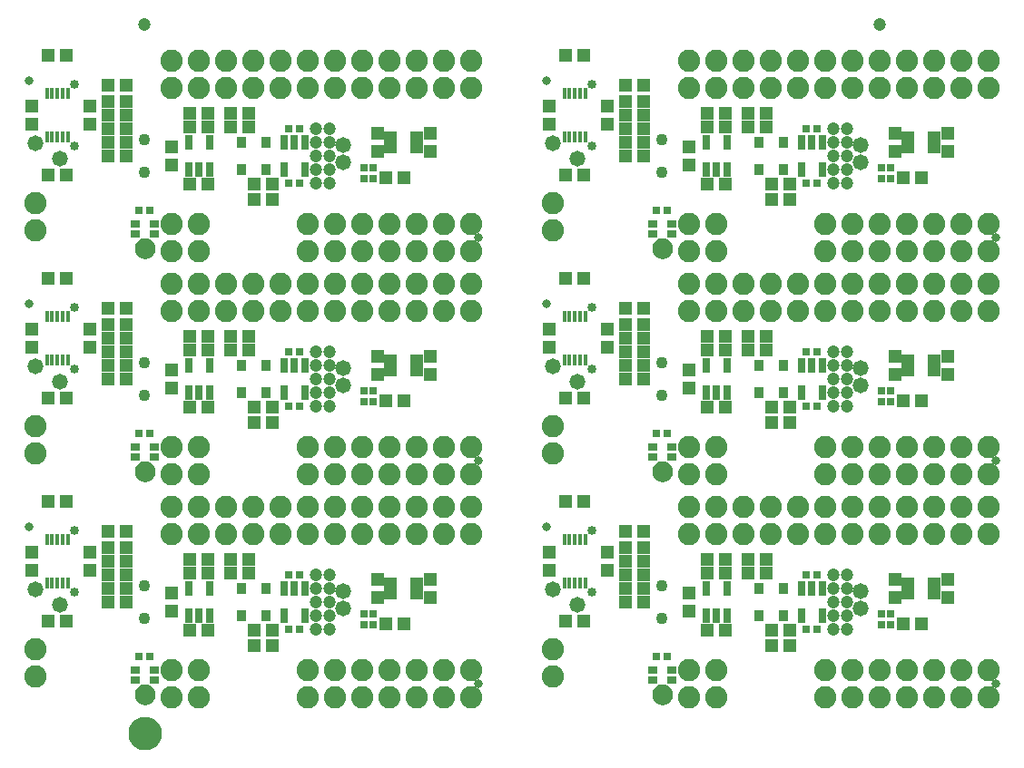
<source format=gbs>
G75*
%MOIN*%
%OFA0B0*%
%FSLAX25Y25*%
%IPPOS*%
%LPD*%
%AMOC8*
5,1,8,0,0,1.08239X$1,22.5*
%
%ADD10R,0.05131X0.04737*%
%ADD11C,0.08200*%
%ADD12R,0.02965X0.05524*%
%ADD13R,0.03280X0.04068*%
%ADD14R,0.04737X0.05131*%
%ADD15R,0.03162X0.03162*%
%ADD16C,0.04343*%
%ADD17R,0.04737X0.07887*%
%ADD18C,0.03359*%
%ADD19C,0.05800*%
%ADD20R,0.01575X0.04331*%
%ADD21C,0.04737*%
%ADD22R,0.03654X0.02855*%
%ADD23C,0.03950*%
%ADD24C,0.02362*%
%ADD25R,0.02769X0.01587*%
%ADD26R,0.01587X0.02769*%
%ADD27C,0.03300*%
%ADD28C,0.05000*%
%ADD29C,0.06706*%
D10*
X0131904Y0080933D03*
X0131904Y0086433D03*
X0138596Y0086433D03*
X0138596Y0080933D03*
X0115096Y0086433D03*
X0108404Y0086433D03*
X0085096Y0096933D03*
X0085096Y0101933D03*
X0078404Y0101933D03*
X0078404Y0096933D03*
X0063096Y0089933D03*
X0056404Y0089933D03*
X0078404Y0106933D03*
X0078404Y0111933D03*
X0078404Y0116933D03*
X0078404Y0122933D03*
X0085096Y0122933D03*
X0085096Y0116933D03*
X0085096Y0111933D03*
X0085096Y0106933D03*
X0108404Y0107433D03*
X0108404Y0112433D03*
X0115096Y0112433D03*
X0115096Y0107433D03*
X0123404Y0107433D03*
X0123404Y0112433D03*
X0130096Y0112433D03*
X0130096Y0107433D03*
X0180404Y0088933D03*
X0187096Y0088933D03*
X0246404Y0089933D03*
X0253096Y0089933D03*
X0268404Y0096933D03*
X0268404Y0101933D03*
X0275096Y0101933D03*
X0275096Y0096933D03*
X0298404Y0086433D03*
X0305096Y0086433D03*
X0321904Y0086433D03*
X0321904Y0080933D03*
X0328596Y0080933D03*
X0328596Y0086433D03*
X0320096Y0107433D03*
X0320096Y0112433D03*
X0313404Y0112433D03*
X0313404Y0107433D03*
X0305096Y0107433D03*
X0305096Y0112433D03*
X0298404Y0112433D03*
X0298404Y0107433D03*
X0275096Y0106933D03*
X0275096Y0111933D03*
X0275096Y0116933D03*
X0275096Y0122933D03*
X0268404Y0122933D03*
X0268404Y0116933D03*
X0268404Y0111933D03*
X0268404Y0106933D03*
X0253096Y0133933D03*
X0246404Y0133933D03*
X0298404Y0168433D03*
X0305096Y0168433D03*
X0321904Y0168433D03*
X0321904Y0162933D03*
X0328596Y0162933D03*
X0328596Y0168433D03*
X0320096Y0189433D03*
X0320096Y0194433D03*
X0313404Y0194433D03*
X0313404Y0189433D03*
X0305096Y0189433D03*
X0305096Y0194433D03*
X0298404Y0194433D03*
X0298404Y0189433D03*
X0275096Y0188933D03*
X0275096Y0183933D03*
X0275096Y0178933D03*
X0268404Y0178933D03*
X0268404Y0183933D03*
X0268404Y0188933D03*
X0268404Y0193933D03*
X0268404Y0198933D03*
X0275096Y0198933D03*
X0275096Y0193933D03*
X0275096Y0204933D03*
X0268404Y0204933D03*
X0253096Y0215933D03*
X0246404Y0215933D03*
X0298404Y0250433D03*
X0305096Y0250433D03*
X0321904Y0250433D03*
X0321904Y0244933D03*
X0328596Y0244933D03*
X0328596Y0250433D03*
X0320096Y0271433D03*
X0320096Y0276433D03*
X0313404Y0276433D03*
X0313404Y0271433D03*
X0305096Y0271433D03*
X0305096Y0276433D03*
X0298404Y0276433D03*
X0298404Y0271433D03*
X0275096Y0270933D03*
X0275096Y0265933D03*
X0275096Y0260933D03*
X0268404Y0260933D03*
X0268404Y0265933D03*
X0268404Y0270933D03*
X0268404Y0275933D03*
X0268404Y0280933D03*
X0275096Y0280933D03*
X0275096Y0275933D03*
X0275096Y0286933D03*
X0268404Y0286933D03*
X0253096Y0297933D03*
X0246404Y0297933D03*
X0246404Y0253933D03*
X0253096Y0253933D03*
X0187096Y0252933D03*
X0180404Y0252933D03*
X0138596Y0250433D03*
X0138596Y0244933D03*
X0131904Y0244933D03*
X0131904Y0250433D03*
X0115096Y0250433D03*
X0108404Y0250433D03*
X0085096Y0260933D03*
X0085096Y0265933D03*
X0085096Y0270933D03*
X0085096Y0275933D03*
X0085096Y0280933D03*
X0078404Y0280933D03*
X0078404Y0275933D03*
X0078404Y0270933D03*
X0078404Y0265933D03*
X0078404Y0260933D03*
X0063096Y0253933D03*
X0056404Y0253933D03*
X0108404Y0271433D03*
X0108404Y0276433D03*
X0115096Y0276433D03*
X0115096Y0271433D03*
X0123404Y0271433D03*
X0123404Y0276433D03*
X0130096Y0276433D03*
X0130096Y0271433D03*
X0085096Y0286933D03*
X0078404Y0286933D03*
X0063096Y0297933D03*
X0056404Y0297933D03*
X0056404Y0215933D03*
X0063096Y0215933D03*
X0078404Y0204933D03*
X0085096Y0204933D03*
X0085096Y0198933D03*
X0085096Y0193933D03*
X0085096Y0188933D03*
X0085096Y0183933D03*
X0085096Y0178933D03*
X0078404Y0178933D03*
X0078404Y0183933D03*
X0078404Y0188933D03*
X0078404Y0193933D03*
X0078404Y0198933D03*
X0108404Y0194433D03*
X0108404Y0189433D03*
X0115096Y0189433D03*
X0115096Y0194433D03*
X0123404Y0194433D03*
X0123404Y0189433D03*
X0130096Y0189433D03*
X0130096Y0194433D03*
X0131904Y0168433D03*
X0131904Y0162933D03*
X0138596Y0162933D03*
X0138596Y0168433D03*
X0115096Y0168433D03*
X0108404Y0168433D03*
X0063096Y0171933D03*
X0056404Y0171933D03*
X0056404Y0133933D03*
X0063096Y0133933D03*
X0180404Y0170933D03*
X0187096Y0170933D03*
X0246404Y0171933D03*
X0253096Y0171933D03*
X0370404Y0170933D03*
X0377096Y0170933D03*
X0377096Y0252933D03*
X0370404Y0252933D03*
X0370404Y0088933D03*
X0377096Y0088933D03*
D11*
X0381750Y0071933D03*
X0371750Y0071933D03*
X0361750Y0071933D03*
X0351750Y0071933D03*
X0341750Y0071933D03*
X0341750Y0061933D03*
X0351750Y0061933D03*
X0361750Y0061933D03*
X0371750Y0061933D03*
X0381750Y0061933D03*
X0391750Y0061933D03*
X0401750Y0061933D03*
X0401750Y0071933D03*
X0391750Y0071933D03*
X0301750Y0071933D03*
X0291750Y0071933D03*
X0291750Y0061933D03*
X0301750Y0061933D03*
X0241750Y0069433D03*
X0241750Y0079433D03*
X0211750Y0071933D03*
X0201750Y0071933D03*
X0191750Y0071933D03*
X0191750Y0061933D03*
X0201750Y0061933D03*
X0211750Y0061933D03*
X0181750Y0061933D03*
X0171750Y0061933D03*
X0161750Y0061933D03*
X0151750Y0061933D03*
X0151750Y0071933D03*
X0161750Y0071933D03*
X0171750Y0071933D03*
X0181750Y0071933D03*
X0111750Y0071933D03*
X0101750Y0071933D03*
X0101750Y0061933D03*
X0111750Y0061933D03*
X0051750Y0069433D03*
X0051750Y0079433D03*
X0101750Y0121933D03*
X0111750Y0121933D03*
X0121750Y0121933D03*
X0131750Y0121933D03*
X0141750Y0121933D03*
X0151750Y0121933D03*
X0161750Y0121933D03*
X0171750Y0121933D03*
X0181750Y0121933D03*
X0191750Y0121933D03*
X0201750Y0121933D03*
X0211750Y0121933D03*
X0211750Y0131933D03*
X0201750Y0131933D03*
X0191750Y0131933D03*
X0181750Y0131933D03*
X0171750Y0131933D03*
X0161750Y0131933D03*
X0151750Y0131933D03*
X0141750Y0131933D03*
X0131750Y0131933D03*
X0121750Y0131933D03*
X0111750Y0131933D03*
X0101750Y0131933D03*
X0101750Y0143933D03*
X0111750Y0143933D03*
X0111750Y0153933D03*
X0101750Y0153933D03*
X0151750Y0153933D03*
X0161750Y0153933D03*
X0171750Y0153933D03*
X0181750Y0153933D03*
X0191750Y0153933D03*
X0201750Y0153933D03*
X0211750Y0153933D03*
X0211750Y0143933D03*
X0201750Y0143933D03*
X0191750Y0143933D03*
X0181750Y0143933D03*
X0171750Y0143933D03*
X0161750Y0143933D03*
X0151750Y0143933D03*
X0241750Y0151433D03*
X0241750Y0161433D03*
X0291750Y0153933D03*
X0301750Y0153933D03*
X0301750Y0143933D03*
X0291750Y0143933D03*
X0291750Y0131933D03*
X0301750Y0131933D03*
X0311750Y0131933D03*
X0321750Y0131933D03*
X0331750Y0131933D03*
X0331750Y0121933D03*
X0321750Y0121933D03*
X0311750Y0121933D03*
X0301750Y0121933D03*
X0291750Y0121933D03*
X0341750Y0121933D03*
X0351750Y0121933D03*
X0361750Y0121933D03*
X0371750Y0121933D03*
X0381750Y0121933D03*
X0391750Y0121933D03*
X0401750Y0121933D03*
X0401750Y0131933D03*
X0391750Y0131933D03*
X0381750Y0131933D03*
X0371750Y0131933D03*
X0361750Y0131933D03*
X0351750Y0131933D03*
X0341750Y0131933D03*
X0341750Y0143933D03*
X0351750Y0143933D03*
X0361750Y0143933D03*
X0371750Y0143933D03*
X0381750Y0143933D03*
X0391750Y0143933D03*
X0401750Y0143933D03*
X0401750Y0153933D03*
X0391750Y0153933D03*
X0381750Y0153933D03*
X0371750Y0153933D03*
X0361750Y0153933D03*
X0351750Y0153933D03*
X0341750Y0153933D03*
X0341750Y0203933D03*
X0351750Y0203933D03*
X0361750Y0203933D03*
X0371750Y0203933D03*
X0381750Y0203933D03*
X0391750Y0203933D03*
X0401750Y0203933D03*
X0401750Y0213933D03*
X0391750Y0213933D03*
X0381750Y0213933D03*
X0371750Y0213933D03*
X0361750Y0213933D03*
X0351750Y0213933D03*
X0341750Y0213933D03*
X0331750Y0213933D03*
X0321750Y0213933D03*
X0311750Y0213933D03*
X0301750Y0213933D03*
X0291750Y0213933D03*
X0291750Y0203933D03*
X0301750Y0203933D03*
X0311750Y0203933D03*
X0321750Y0203933D03*
X0331750Y0203933D03*
X0341750Y0225933D03*
X0351750Y0225933D03*
X0361750Y0225933D03*
X0371750Y0225933D03*
X0381750Y0225933D03*
X0391750Y0225933D03*
X0401750Y0225933D03*
X0401750Y0235933D03*
X0391750Y0235933D03*
X0381750Y0235933D03*
X0371750Y0235933D03*
X0361750Y0235933D03*
X0351750Y0235933D03*
X0341750Y0235933D03*
X0301750Y0235933D03*
X0291750Y0235933D03*
X0291750Y0225933D03*
X0301750Y0225933D03*
X0241750Y0233433D03*
X0241750Y0243433D03*
X0211750Y0235933D03*
X0201750Y0235933D03*
X0191750Y0235933D03*
X0191750Y0225933D03*
X0201750Y0225933D03*
X0211750Y0225933D03*
X0211750Y0213933D03*
X0201750Y0213933D03*
X0191750Y0213933D03*
X0181750Y0213933D03*
X0171750Y0213933D03*
X0161750Y0213933D03*
X0151750Y0213933D03*
X0141750Y0213933D03*
X0131750Y0213933D03*
X0121750Y0213933D03*
X0111750Y0213933D03*
X0101750Y0213933D03*
X0101750Y0203933D03*
X0111750Y0203933D03*
X0121750Y0203933D03*
X0131750Y0203933D03*
X0141750Y0203933D03*
X0151750Y0203933D03*
X0161750Y0203933D03*
X0171750Y0203933D03*
X0181750Y0203933D03*
X0191750Y0203933D03*
X0201750Y0203933D03*
X0211750Y0203933D03*
X0181750Y0225933D03*
X0171750Y0225933D03*
X0161750Y0225933D03*
X0151750Y0225933D03*
X0151750Y0235933D03*
X0161750Y0235933D03*
X0171750Y0235933D03*
X0181750Y0235933D03*
X0111750Y0235933D03*
X0101750Y0235933D03*
X0101750Y0225933D03*
X0111750Y0225933D03*
X0051750Y0233433D03*
X0051750Y0243433D03*
X0101750Y0285933D03*
X0111750Y0285933D03*
X0121750Y0285933D03*
X0131750Y0285933D03*
X0141750Y0285933D03*
X0151750Y0285933D03*
X0161750Y0285933D03*
X0171750Y0285933D03*
X0181750Y0285933D03*
X0191750Y0285933D03*
X0201750Y0285933D03*
X0211750Y0285933D03*
X0211750Y0295933D03*
X0201750Y0295933D03*
X0191750Y0295933D03*
X0181750Y0295933D03*
X0171750Y0295933D03*
X0161750Y0295933D03*
X0151750Y0295933D03*
X0141750Y0295933D03*
X0131750Y0295933D03*
X0121750Y0295933D03*
X0111750Y0295933D03*
X0101750Y0295933D03*
X0291750Y0295933D03*
X0301750Y0295933D03*
X0311750Y0295933D03*
X0321750Y0295933D03*
X0331750Y0295933D03*
X0331750Y0285933D03*
X0321750Y0285933D03*
X0311750Y0285933D03*
X0301750Y0285933D03*
X0291750Y0285933D03*
X0341750Y0285933D03*
X0351750Y0285933D03*
X0361750Y0285933D03*
X0371750Y0285933D03*
X0381750Y0285933D03*
X0391750Y0285933D03*
X0401750Y0285933D03*
X0401750Y0295933D03*
X0391750Y0295933D03*
X0381750Y0295933D03*
X0371750Y0295933D03*
X0361750Y0295933D03*
X0351750Y0295933D03*
X0341750Y0295933D03*
X0051750Y0161433D03*
X0051750Y0151433D03*
D12*
X0108010Y0173815D03*
X0111750Y0173815D03*
X0115490Y0173815D03*
X0115490Y0184052D03*
X0108010Y0184052D03*
X0143010Y0184052D03*
X0146750Y0184052D03*
X0150490Y0184052D03*
X0150490Y0173815D03*
X0143010Y0173815D03*
X0143010Y0102052D03*
X0146750Y0102052D03*
X0150490Y0102052D03*
X0150490Y0091815D03*
X0143010Y0091815D03*
X0115490Y0091815D03*
X0111750Y0091815D03*
X0108010Y0091815D03*
X0108010Y0102052D03*
X0115490Y0102052D03*
X0298010Y0102052D03*
X0305490Y0102052D03*
X0305490Y0091815D03*
X0301750Y0091815D03*
X0298010Y0091815D03*
X0333010Y0091815D03*
X0340490Y0091815D03*
X0340490Y0102052D03*
X0336750Y0102052D03*
X0333010Y0102052D03*
X0333010Y0173815D03*
X0340490Y0173815D03*
X0340490Y0184052D03*
X0336750Y0184052D03*
X0333010Y0184052D03*
X0305490Y0184052D03*
X0298010Y0184052D03*
X0298010Y0173815D03*
X0301750Y0173815D03*
X0305490Y0173815D03*
X0305490Y0255815D03*
X0301750Y0255815D03*
X0298010Y0255815D03*
X0298010Y0266052D03*
X0305490Y0266052D03*
X0333010Y0266052D03*
X0336750Y0266052D03*
X0340490Y0266052D03*
X0340490Y0255815D03*
X0333010Y0255815D03*
X0150490Y0255815D03*
X0143010Y0255815D03*
X0143010Y0266052D03*
X0146750Y0266052D03*
X0150490Y0266052D03*
X0115490Y0266052D03*
X0108010Y0266052D03*
X0108010Y0255815D03*
X0111750Y0255815D03*
X0115490Y0255815D03*
D13*
X0127222Y0255933D03*
X0136278Y0255933D03*
X0136278Y0265933D03*
X0127222Y0265933D03*
X0127222Y0183933D03*
X0136278Y0183933D03*
X0136278Y0173933D03*
X0127222Y0173933D03*
X0127222Y0101933D03*
X0136278Y0101933D03*
X0136278Y0091933D03*
X0127222Y0091933D03*
X0317222Y0091933D03*
X0326278Y0091933D03*
X0326278Y0101933D03*
X0317222Y0101933D03*
X0317222Y0173933D03*
X0326278Y0173933D03*
X0326278Y0183933D03*
X0317222Y0183933D03*
X0317222Y0255933D03*
X0326278Y0255933D03*
X0326278Y0265933D03*
X0317222Y0265933D03*
D14*
X0291750Y0264280D03*
X0291750Y0257587D03*
X0261750Y0272587D03*
X0261750Y0279280D03*
X0240250Y0279280D03*
X0240250Y0272587D03*
X0196750Y0269280D03*
X0196750Y0262587D03*
X0177250Y0262587D03*
X0177250Y0269280D03*
X0101750Y0264280D03*
X0101750Y0257587D03*
X0071750Y0272587D03*
X0071750Y0279280D03*
X0050250Y0279280D03*
X0050250Y0272587D03*
X0050250Y0197280D03*
X0050250Y0190587D03*
X0071750Y0190587D03*
X0071750Y0197280D03*
X0101750Y0182280D03*
X0101750Y0175587D03*
X0177250Y0180587D03*
X0177250Y0187280D03*
X0196750Y0187280D03*
X0196750Y0180587D03*
X0240250Y0190587D03*
X0240250Y0197280D03*
X0261750Y0197280D03*
X0261750Y0190587D03*
X0291750Y0182280D03*
X0291750Y0175587D03*
X0367250Y0180587D03*
X0367250Y0187280D03*
X0386750Y0187280D03*
X0386750Y0180587D03*
X0261750Y0115280D03*
X0261750Y0108587D03*
X0240250Y0108587D03*
X0240250Y0115280D03*
X0196750Y0105280D03*
X0196750Y0098587D03*
X0177250Y0098587D03*
X0177250Y0105280D03*
X0101750Y0100280D03*
X0101750Y0093587D03*
X0071750Y0108587D03*
X0071750Y0115280D03*
X0050250Y0115280D03*
X0050250Y0108587D03*
X0291750Y0100280D03*
X0291750Y0093587D03*
X0367250Y0098587D03*
X0367250Y0105280D03*
X0386750Y0105280D03*
X0386750Y0098587D03*
X0386750Y0262587D03*
X0386750Y0269280D03*
X0367250Y0269280D03*
X0367250Y0262587D03*
D15*
X0365750Y0256402D03*
X0362250Y0256402D03*
X0362250Y0252465D03*
X0365750Y0252465D03*
X0338719Y0250933D03*
X0334781Y0250933D03*
X0334781Y0270933D03*
X0338719Y0270933D03*
X0283719Y0240933D03*
X0279781Y0240933D03*
X0334781Y0188933D03*
X0338719Y0188933D03*
X0362250Y0174402D03*
X0365750Y0174402D03*
X0365750Y0170465D03*
X0362250Y0170465D03*
X0338719Y0168933D03*
X0334781Y0168933D03*
X0283719Y0158933D03*
X0279781Y0158933D03*
X0334781Y0106933D03*
X0338719Y0106933D03*
X0362250Y0092402D03*
X0365750Y0092402D03*
X0365750Y0088465D03*
X0362250Y0088465D03*
X0338719Y0086933D03*
X0334781Y0086933D03*
X0283719Y0076933D03*
X0279781Y0076933D03*
X0175750Y0088465D03*
X0172250Y0088465D03*
X0172250Y0092402D03*
X0175750Y0092402D03*
X0148719Y0086933D03*
X0144781Y0086933D03*
X0144781Y0106933D03*
X0148719Y0106933D03*
X0093719Y0076933D03*
X0089781Y0076933D03*
X0089781Y0158933D03*
X0093719Y0158933D03*
X0144781Y0168933D03*
X0148719Y0168933D03*
X0172250Y0170465D03*
X0175750Y0170465D03*
X0175750Y0174402D03*
X0172250Y0174402D03*
X0148719Y0188933D03*
X0144781Y0188933D03*
X0093719Y0240933D03*
X0089781Y0240933D03*
X0144781Y0250933D03*
X0148719Y0250933D03*
X0172250Y0252465D03*
X0175750Y0252465D03*
X0175750Y0256402D03*
X0172250Y0256402D03*
X0148719Y0270933D03*
X0144781Y0270933D03*
D16*
X0091750Y0266839D03*
X0091750Y0255028D03*
X0091750Y0184839D03*
X0091750Y0173028D03*
X0091750Y0102839D03*
X0091750Y0091028D03*
X0281750Y0091028D03*
X0281750Y0102839D03*
X0281750Y0173028D03*
X0281750Y0184839D03*
X0281750Y0255028D03*
X0281750Y0266839D03*
D17*
X0191671Y0265933D03*
X0181829Y0265933D03*
X0181829Y0183933D03*
X0191671Y0183933D03*
X0191671Y0101933D03*
X0181829Y0101933D03*
X0371829Y0101933D03*
X0381671Y0101933D03*
X0381671Y0183933D03*
X0371829Y0183933D03*
X0371829Y0265933D03*
X0381671Y0265933D03*
D18*
X0256061Y0264555D03*
X0256061Y0287311D03*
X0256061Y0205311D03*
X0256061Y0182555D03*
X0256061Y0123311D03*
X0256061Y0100555D03*
X0066061Y0100555D03*
X0066061Y0123311D03*
X0066061Y0182555D03*
X0066061Y0205311D03*
X0066061Y0264555D03*
X0066061Y0287311D03*
D19*
X0051750Y0265433D03*
X0060750Y0259933D03*
X0164750Y0258433D03*
X0164750Y0264933D03*
X0241750Y0265433D03*
X0250750Y0259933D03*
X0354750Y0258433D03*
X0354750Y0264933D03*
X0241750Y0183433D03*
X0250750Y0177933D03*
X0164750Y0176433D03*
X0164750Y0182933D03*
X0060750Y0177933D03*
X0051750Y0183433D03*
X0051750Y0101433D03*
X0060750Y0095933D03*
X0164750Y0094433D03*
X0164750Y0100933D03*
X0241750Y0101433D03*
X0250750Y0095933D03*
X0354750Y0094433D03*
X0354750Y0100933D03*
X0354750Y0176433D03*
X0354750Y0182933D03*
D20*
X0253687Y0185862D03*
X0251719Y0185862D03*
X0249750Y0185862D03*
X0247781Y0185862D03*
X0245813Y0185862D03*
X0245813Y0202004D03*
X0247781Y0202004D03*
X0249750Y0202004D03*
X0251719Y0202004D03*
X0253687Y0202004D03*
X0253687Y0267862D03*
X0251719Y0267862D03*
X0249750Y0267862D03*
X0247781Y0267862D03*
X0245813Y0267862D03*
X0245813Y0284004D03*
X0247781Y0284004D03*
X0249750Y0284004D03*
X0251719Y0284004D03*
X0253687Y0284004D03*
X0063687Y0284004D03*
X0061719Y0284004D03*
X0059750Y0284004D03*
X0057781Y0284004D03*
X0055813Y0284004D03*
X0055813Y0267862D03*
X0057781Y0267862D03*
X0059750Y0267862D03*
X0061719Y0267862D03*
X0063687Y0267862D03*
X0063687Y0202004D03*
X0061719Y0202004D03*
X0059750Y0202004D03*
X0057781Y0202004D03*
X0055813Y0202004D03*
X0055813Y0185862D03*
X0057781Y0185862D03*
X0059750Y0185862D03*
X0061719Y0185862D03*
X0063687Y0185862D03*
X0063687Y0120004D03*
X0061719Y0120004D03*
X0059750Y0120004D03*
X0057781Y0120004D03*
X0055813Y0120004D03*
X0055813Y0103862D03*
X0057781Y0103862D03*
X0059750Y0103862D03*
X0061719Y0103862D03*
X0063687Y0103862D03*
X0245813Y0103862D03*
X0247781Y0103862D03*
X0249750Y0103862D03*
X0251719Y0103862D03*
X0253687Y0103862D03*
X0253687Y0120004D03*
X0251719Y0120004D03*
X0249750Y0120004D03*
X0247781Y0120004D03*
X0245813Y0120004D03*
D21*
X0159750Y0106933D03*
X0154750Y0106933D03*
X0154750Y0101933D03*
X0154750Y0096933D03*
X0154750Y0091933D03*
X0154750Y0086933D03*
X0159750Y0086933D03*
X0159750Y0091933D03*
X0159750Y0096933D03*
X0159750Y0101933D03*
X0159750Y0168933D03*
X0154750Y0168933D03*
X0154750Y0173933D03*
X0159750Y0173933D03*
X0159750Y0178933D03*
X0154750Y0178933D03*
X0154750Y0183933D03*
X0159750Y0183933D03*
X0159750Y0188933D03*
X0154750Y0188933D03*
X0154750Y0250933D03*
X0159750Y0250933D03*
X0159750Y0255933D03*
X0154750Y0255933D03*
X0154750Y0260933D03*
X0159750Y0260933D03*
X0159750Y0265933D03*
X0154750Y0265933D03*
X0154750Y0270933D03*
X0159750Y0270933D03*
X0091750Y0309183D03*
X0344750Y0270933D03*
X0344750Y0265933D03*
X0344750Y0260933D03*
X0344750Y0255933D03*
X0349750Y0255933D03*
X0349750Y0260933D03*
X0349750Y0265933D03*
X0349750Y0270933D03*
X0349750Y0250933D03*
X0344750Y0250933D03*
X0361750Y0309183D03*
X0349750Y0188933D03*
X0349750Y0183933D03*
X0349750Y0178933D03*
X0344750Y0178933D03*
X0344750Y0183933D03*
X0344750Y0188933D03*
X0344750Y0173933D03*
X0344750Y0168933D03*
X0349750Y0168933D03*
X0349750Y0173933D03*
X0349750Y0106933D03*
X0344750Y0106933D03*
X0344750Y0101933D03*
X0344750Y0096933D03*
X0344750Y0091933D03*
X0344750Y0086933D03*
X0349750Y0086933D03*
X0349750Y0091933D03*
X0349750Y0096933D03*
X0349750Y0101933D03*
D22*
X0285293Y0072051D03*
X0285293Y0068114D03*
X0278207Y0068114D03*
X0278207Y0072051D03*
X0278207Y0150114D03*
X0278207Y0154051D03*
X0285293Y0154051D03*
X0285293Y0150114D03*
X0285293Y0232114D03*
X0285293Y0236051D03*
X0278207Y0236051D03*
X0278207Y0232114D03*
X0095293Y0232114D03*
X0095293Y0236051D03*
X0088207Y0236051D03*
X0088207Y0232114D03*
X0088207Y0154051D03*
X0088207Y0150114D03*
X0095293Y0150114D03*
X0095293Y0154051D03*
X0095293Y0072051D03*
X0095293Y0068114D03*
X0088207Y0068114D03*
X0088207Y0072051D03*
D23*
X0091750Y0062996D03*
X0091750Y0144996D03*
X0091750Y0226996D03*
X0281750Y0226996D03*
X0281750Y0144996D03*
X0281750Y0062996D03*
D24*
X0279142Y0062996D02*
X0279144Y0063098D01*
X0279150Y0063199D01*
X0279160Y0063301D01*
X0279174Y0063401D01*
X0279191Y0063502D01*
X0279213Y0063601D01*
X0279239Y0063700D01*
X0279268Y0063797D01*
X0279301Y0063893D01*
X0279338Y0063988D01*
X0279379Y0064082D01*
X0279423Y0064173D01*
X0279471Y0064263D01*
X0279522Y0064351D01*
X0279576Y0064437D01*
X0279634Y0064521D01*
X0279695Y0064602D01*
X0279759Y0064681D01*
X0279827Y0064757D01*
X0279897Y0064831D01*
X0279970Y0064902D01*
X0280046Y0064970D01*
X0280124Y0065035D01*
X0280205Y0065097D01*
X0280288Y0065156D01*
X0280373Y0065211D01*
X0280461Y0065263D01*
X0280550Y0065312D01*
X0280641Y0065357D01*
X0280734Y0065398D01*
X0280829Y0065436D01*
X0280925Y0065470D01*
X0281022Y0065500D01*
X0281120Y0065527D01*
X0281219Y0065549D01*
X0281319Y0065568D01*
X0281420Y0065583D01*
X0281521Y0065594D01*
X0281623Y0065601D01*
X0281725Y0065604D01*
X0281826Y0065603D01*
X0281928Y0065598D01*
X0282029Y0065589D01*
X0282130Y0065576D01*
X0282231Y0065559D01*
X0282330Y0065539D01*
X0282429Y0065514D01*
X0282527Y0065486D01*
X0282623Y0065453D01*
X0282719Y0065417D01*
X0282812Y0065378D01*
X0282904Y0065335D01*
X0282995Y0065288D01*
X0283083Y0065237D01*
X0283170Y0065184D01*
X0283254Y0065127D01*
X0283336Y0065066D01*
X0283416Y0065003D01*
X0283493Y0064936D01*
X0283567Y0064867D01*
X0283639Y0064795D01*
X0283707Y0064720D01*
X0283773Y0064642D01*
X0283836Y0064562D01*
X0283895Y0064479D01*
X0283951Y0064394D01*
X0284004Y0064307D01*
X0284054Y0064218D01*
X0284100Y0064128D01*
X0284142Y0064035D01*
X0284181Y0063941D01*
X0284216Y0063845D01*
X0284247Y0063748D01*
X0284275Y0063650D01*
X0284298Y0063552D01*
X0284318Y0063452D01*
X0284334Y0063351D01*
X0284346Y0063250D01*
X0284354Y0063149D01*
X0284358Y0063047D01*
X0284358Y0062945D01*
X0284354Y0062843D01*
X0284346Y0062742D01*
X0284334Y0062641D01*
X0284318Y0062540D01*
X0284298Y0062440D01*
X0284275Y0062342D01*
X0284247Y0062244D01*
X0284216Y0062147D01*
X0284181Y0062051D01*
X0284142Y0061957D01*
X0284100Y0061864D01*
X0284054Y0061774D01*
X0284004Y0061685D01*
X0283951Y0061598D01*
X0283895Y0061513D01*
X0283836Y0061430D01*
X0283773Y0061350D01*
X0283707Y0061272D01*
X0283639Y0061197D01*
X0283567Y0061125D01*
X0283493Y0061056D01*
X0283416Y0060989D01*
X0283336Y0060926D01*
X0283254Y0060865D01*
X0283170Y0060808D01*
X0283083Y0060755D01*
X0282995Y0060704D01*
X0282904Y0060657D01*
X0282812Y0060614D01*
X0282719Y0060575D01*
X0282623Y0060539D01*
X0282527Y0060506D01*
X0282429Y0060478D01*
X0282330Y0060453D01*
X0282231Y0060433D01*
X0282130Y0060416D01*
X0282029Y0060403D01*
X0281928Y0060394D01*
X0281826Y0060389D01*
X0281725Y0060388D01*
X0281623Y0060391D01*
X0281521Y0060398D01*
X0281420Y0060409D01*
X0281319Y0060424D01*
X0281219Y0060443D01*
X0281120Y0060465D01*
X0281022Y0060492D01*
X0280925Y0060522D01*
X0280829Y0060556D01*
X0280734Y0060594D01*
X0280641Y0060635D01*
X0280550Y0060680D01*
X0280461Y0060729D01*
X0280373Y0060781D01*
X0280288Y0060836D01*
X0280205Y0060895D01*
X0280124Y0060957D01*
X0280046Y0061022D01*
X0279970Y0061090D01*
X0279897Y0061161D01*
X0279827Y0061235D01*
X0279759Y0061311D01*
X0279695Y0061390D01*
X0279634Y0061471D01*
X0279576Y0061555D01*
X0279522Y0061641D01*
X0279471Y0061729D01*
X0279423Y0061819D01*
X0279379Y0061910D01*
X0279338Y0062004D01*
X0279301Y0062099D01*
X0279268Y0062195D01*
X0279239Y0062292D01*
X0279213Y0062391D01*
X0279191Y0062490D01*
X0279174Y0062591D01*
X0279160Y0062691D01*
X0279150Y0062793D01*
X0279144Y0062894D01*
X0279142Y0062996D01*
X0279142Y0144996D02*
X0279144Y0145098D01*
X0279150Y0145199D01*
X0279160Y0145301D01*
X0279174Y0145401D01*
X0279191Y0145502D01*
X0279213Y0145601D01*
X0279239Y0145700D01*
X0279268Y0145797D01*
X0279301Y0145893D01*
X0279338Y0145988D01*
X0279379Y0146082D01*
X0279423Y0146173D01*
X0279471Y0146263D01*
X0279522Y0146351D01*
X0279576Y0146437D01*
X0279634Y0146521D01*
X0279695Y0146602D01*
X0279759Y0146681D01*
X0279827Y0146757D01*
X0279897Y0146831D01*
X0279970Y0146902D01*
X0280046Y0146970D01*
X0280124Y0147035D01*
X0280205Y0147097D01*
X0280288Y0147156D01*
X0280373Y0147211D01*
X0280461Y0147263D01*
X0280550Y0147312D01*
X0280641Y0147357D01*
X0280734Y0147398D01*
X0280829Y0147436D01*
X0280925Y0147470D01*
X0281022Y0147500D01*
X0281120Y0147527D01*
X0281219Y0147549D01*
X0281319Y0147568D01*
X0281420Y0147583D01*
X0281521Y0147594D01*
X0281623Y0147601D01*
X0281725Y0147604D01*
X0281826Y0147603D01*
X0281928Y0147598D01*
X0282029Y0147589D01*
X0282130Y0147576D01*
X0282231Y0147559D01*
X0282330Y0147539D01*
X0282429Y0147514D01*
X0282527Y0147486D01*
X0282623Y0147453D01*
X0282719Y0147417D01*
X0282812Y0147378D01*
X0282904Y0147335D01*
X0282995Y0147288D01*
X0283083Y0147237D01*
X0283170Y0147184D01*
X0283254Y0147127D01*
X0283336Y0147066D01*
X0283416Y0147003D01*
X0283493Y0146936D01*
X0283567Y0146867D01*
X0283639Y0146795D01*
X0283707Y0146720D01*
X0283773Y0146642D01*
X0283836Y0146562D01*
X0283895Y0146479D01*
X0283951Y0146394D01*
X0284004Y0146307D01*
X0284054Y0146218D01*
X0284100Y0146128D01*
X0284142Y0146035D01*
X0284181Y0145941D01*
X0284216Y0145845D01*
X0284247Y0145748D01*
X0284275Y0145650D01*
X0284298Y0145552D01*
X0284318Y0145452D01*
X0284334Y0145351D01*
X0284346Y0145250D01*
X0284354Y0145149D01*
X0284358Y0145047D01*
X0284358Y0144945D01*
X0284354Y0144843D01*
X0284346Y0144742D01*
X0284334Y0144641D01*
X0284318Y0144540D01*
X0284298Y0144440D01*
X0284275Y0144342D01*
X0284247Y0144244D01*
X0284216Y0144147D01*
X0284181Y0144051D01*
X0284142Y0143957D01*
X0284100Y0143864D01*
X0284054Y0143774D01*
X0284004Y0143685D01*
X0283951Y0143598D01*
X0283895Y0143513D01*
X0283836Y0143430D01*
X0283773Y0143350D01*
X0283707Y0143272D01*
X0283639Y0143197D01*
X0283567Y0143125D01*
X0283493Y0143056D01*
X0283416Y0142989D01*
X0283336Y0142926D01*
X0283254Y0142865D01*
X0283170Y0142808D01*
X0283083Y0142755D01*
X0282995Y0142704D01*
X0282904Y0142657D01*
X0282812Y0142614D01*
X0282719Y0142575D01*
X0282623Y0142539D01*
X0282527Y0142506D01*
X0282429Y0142478D01*
X0282330Y0142453D01*
X0282231Y0142433D01*
X0282130Y0142416D01*
X0282029Y0142403D01*
X0281928Y0142394D01*
X0281826Y0142389D01*
X0281725Y0142388D01*
X0281623Y0142391D01*
X0281521Y0142398D01*
X0281420Y0142409D01*
X0281319Y0142424D01*
X0281219Y0142443D01*
X0281120Y0142465D01*
X0281022Y0142492D01*
X0280925Y0142522D01*
X0280829Y0142556D01*
X0280734Y0142594D01*
X0280641Y0142635D01*
X0280550Y0142680D01*
X0280461Y0142729D01*
X0280373Y0142781D01*
X0280288Y0142836D01*
X0280205Y0142895D01*
X0280124Y0142957D01*
X0280046Y0143022D01*
X0279970Y0143090D01*
X0279897Y0143161D01*
X0279827Y0143235D01*
X0279759Y0143311D01*
X0279695Y0143390D01*
X0279634Y0143471D01*
X0279576Y0143555D01*
X0279522Y0143641D01*
X0279471Y0143729D01*
X0279423Y0143819D01*
X0279379Y0143910D01*
X0279338Y0144004D01*
X0279301Y0144099D01*
X0279268Y0144195D01*
X0279239Y0144292D01*
X0279213Y0144391D01*
X0279191Y0144490D01*
X0279174Y0144591D01*
X0279160Y0144691D01*
X0279150Y0144793D01*
X0279144Y0144894D01*
X0279142Y0144996D01*
X0279142Y0226996D02*
X0279144Y0227098D01*
X0279150Y0227199D01*
X0279160Y0227301D01*
X0279174Y0227401D01*
X0279191Y0227502D01*
X0279213Y0227601D01*
X0279239Y0227700D01*
X0279268Y0227797D01*
X0279301Y0227893D01*
X0279338Y0227988D01*
X0279379Y0228082D01*
X0279423Y0228173D01*
X0279471Y0228263D01*
X0279522Y0228351D01*
X0279576Y0228437D01*
X0279634Y0228521D01*
X0279695Y0228602D01*
X0279759Y0228681D01*
X0279827Y0228757D01*
X0279897Y0228831D01*
X0279970Y0228902D01*
X0280046Y0228970D01*
X0280124Y0229035D01*
X0280205Y0229097D01*
X0280288Y0229156D01*
X0280373Y0229211D01*
X0280461Y0229263D01*
X0280550Y0229312D01*
X0280641Y0229357D01*
X0280734Y0229398D01*
X0280829Y0229436D01*
X0280925Y0229470D01*
X0281022Y0229500D01*
X0281120Y0229527D01*
X0281219Y0229549D01*
X0281319Y0229568D01*
X0281420Y0229583D01*
X0281521Y0229594D01*
X0281623Y0229601D01*
X0281725Y0229604D01*
X0281826Y0229603D01*
X0281928Y0229598D01*
X0282029Y0229589D01*
X0282130Y0229576D01*
X0282231Y0229559D01*
X0282330Y0229539D01*
X0282429Y0229514D01*
X0282527Y0229486D01*
X0282623Y0229453D01*
X0282719Y0229417D01*
X0282812Y0229378D01*
X0282904Y0229335D01*
X0282995Y0229288D01*
X0283083Y0229237D01*
X0283170Y0229184D01*
X0283254Y0229127D01*
X0283336Y0229066D01*
X0283416Y0229003D01*
X0283493Y0228936D01*
X0283567Y0228867D01*
X0283639Y0228795D01*
X0283707Y0228720D01*
X0283773Y0228642D01*
X0283836Y0228562D01*
X0283895Y0228479D01*
X0283951Y0228394D01*
X0284004Y0228307D01*
X0284054Y0228218D01*
X0284100Y0228128D01*
X0284142Y0228035D01*
X0284181Y0227941D01*
X0284216Y0227845D01*
X0284247Y0227748D01*
X0284275Y0227650D01*
X0284298Y0227552D01*
X0284318Y0227452D01*
X0284334Y0227351D01*
X0284346Y0227250D01*
X0284354Y0227149D01*
X0284358Y0227047D01*
X0284358Y0226945D01*
X0284354Y0226843D01*
X0284346Y0226742D01*
X0284334Y0226641D01*
X0284318Y0226540D01*
X0284298Y0226440D01*
X0284275Y0226342D01*
X0284247Y0226244D01*
X0284216Y0226147D01*
X0284181Y0226051D01*
X0284142Y0225957D01*
X0284100Y0225864D01*
X0284054Y0225774D01*
X0284004Y0225685D01*
X0283951Y0225598D01*
X0283895Y0225513D01*
X0283836Y0225430D01*
X0283773Y0225350D01*
X0283707Y0225272D01*
X0283639Y0225197D01*
X0283567Y0225125D01*
X0283493Y0225056D01*
X0283416Y0224989D01*
X0283336Y0224926D01*
X0283254Y0224865D01*
X0283170Y0224808D01*
X0283083Y0224755D01*
X0282995Y0224704D01*
X0282904Y0224657D01*
X0282812Y0224614D01*
X0282719Y0224575D01*
X0282623Y0224539D01*
X0282527Y0224506D01*
X0282429Y0224478D01*
X0282330Y0224453D01*
X0282231Y0224433D01*
X0282130Y0224416D01*
X0282029Y0224403D01*
X0281928Y0224394D01*
X0281826Y0224389D01*
X0281725Y0224388D01*
X0281623Y0224391D01*
X0281521Y0224398D01*
X0281420Y0224409D01*
X0281319Y0224424D01*
X0281219Y0224443D01*
X0281120Y0224465D01*
X0281022Y0224492D01*
X0280925Y0224522D01*
X0280829Y0224556D01*
X0280734Y0224594D01*
X0280641Y0224635D01*
X0280550Y0224680D01*
X0280461Y0224729D01*
X0280373Y0224781D01*
X0280288Y0224836D01*
X0280205Y0224895D01*
X0280124Y0224957D01*
X0280046Y0225022D01*
X0279970Y0225090D01*
X0279897Y0225161D01*
X0279827Y0225235D01*
X0279759Y0225311D01*
X0279695Y0225390D01*
X0279634Y0225471D01*
X0279576Y0225555D01*
X0279522Y0225641D01*
X0279471Y0225729D01*
X0279423Y0225819D01*
X0279379Y0225910D01*
X0279338Y0226004D01*
X0279301Y0226099D01*
X0279268Y0226195D01*
X0279239Y0226292D01*
X0279213Y0226391D01*
X0279191Y0226490D01*
X0279174Y0226591D01*
X0279160Y0226691D01*
X0279150Y0226793D01*
X0279144Y0226894D01*
X0279142Y0226996D01*
X0089142Y0226996D02*
X0089144Y0227098D01*
X0089150Y0227199D01*
X0089160Y0227301D01*
X0089174Y0227401D01*
X0089191Y0227502D01*
X0089213Y0227601D01*
X0089239Y0227700D01*
X0089268Y0227797D01*
X0089301Y0227893D01*
X0089338Y0227988D01*
X0089379Y0228082D01*
X0089423Y0228173D01*
X0089471Y0228263D01*
X0089522Y0228351D01*
X0089576Y0228437D01*
X0089634Y0228521D01*
X0089695Y0228602D01*
X0089759Y0228681D01*
X0089827Y0228757D01*
X0089897Y0228831D01*
X0089970Y0228902D01*
X0090046Y0228970D01*
X0090124Y0229035D01*
X0090205Y0229097D01*
X0090288Y0229156D01*
X0090373Y0229211D01*
X0090461Y0229263D01*
X0090550Y0229312D01*
X0090641Y0229357D01*
X0090734Y0229398D01*
X0090829Y0229436D01*
X0090925Y0229470D01*
X0091022Y0229500D01*
X0091120Y0229527D01*
X0091219Y0229549D01*
X0091319Y0229568D01*
X0091420Y0229583D01*
X0091521Y0229594D01*
X0091623Y0229601D01*
X0091725Y0229604D01*
X0091826Y0229603D01*
X0091928Y0229598D01*
X0092029Y0229589D01*
X0092130Y0229576D01*
X0092231Y0229559D01*
X0092330Y0229539D01*
X0092429Y0229514D01*
X0092527Y0229486D01*
X0092623Y0229453D01*
X0092719Y0229417D01*
X0092812Y0229378D01*
X0092904Y0229335D01*
X0092995Y0229288D01*
X0093083Y0229237D01*
X0093170Y0229184D01*
X0093254Y0229127D01*
X0093336Y0229066D01*
X0093416Y0229003D01*
X0093493Y0228936D01*
X0093567Y0228867D01*
X0093639Y0228795D01*
X0093707Y0228720D01*
X0093773Y0228642D01*
X0093836Y0228562D01*
X0093895Y0228479D01*
X0093951Y0228394D01*
X0094004Y0228307D01*
X0094054Y0228218D01*
X0094100Y0228128D01*
X0094142Y0228035D01*
X0094181Y0227941D01*
X0094216Y0227845D01*
X0094247Y0227748D01*
X0094275Y0227650D01*
X0094298Y0227552D01*
X0094318Y0227452D01*
X0094334Y0227351D01*
X0094346Y0227250D01*
X0094354Y0227149D01*
X0094358Y0227047D01*
X0094358Y0226945D01*
X0094354Y0226843D01*
X0094346Y0226742D01*
X0094334Y0226641D01*
X0094318Y0226540D01*
X0094298Y0226440D01*
X0094275Y0226342D01*
X0094247Y0226244D01*
X0094216Y0226147D01*
X0094181Y0226051D01*
X0094142Y0225957D01*
X0094100Y0225864D01*
X0094054Y0225774D01*
X0094004Y0225685D01*
X0093951Y0225598D01*
X0093895Y0225513D01*
X0093836Y0225430D01*
X0093773Y0225350D01*
X0093707Y0225272D01*
X0093639Y0225197D01*
X0093567Y0225125D01*
X0093493Y0225056D01*
X0093416Y0224989D01*
X0093336Y0224926D01*
X0093254Y0224865D01*
X0093170Y0224808D01*
X0093083Y0224755D01*
X0092995Y0224704D01*
X0092904Y0224657D01*
X0092812Y0224614D01*
X0092719Y0224575D01*
X0092623Y0224539D01*
X0092527Y0224506D01*
X0092429Y0224478D01*
X0092330Y0224453D01*
X0092231Y0224433D01*
X0092130Y0224416D01*
X0092029Y0224403D01*
X0091928Y0224394D01*
X0091826Y0224389D01*
X0091725Y0224388D01*
X0091623Y0224391D01*
X0091521Y0224398D01*
X0091420Y0224409D01*
X0091319Y0224424D01*
X0091219Y0224443D01*
X0091120Y0224465D01*
X0091022Y0224492D01*
X0090925Y0224522D01*
X0090829Y0224556D01*
X0090734Y0224594D01*
X0090641Y0224635D01*
X0090550Y0224680D01*
X0090461Y0224729D01*
X0090373Y0224781D01*
X0090288Y0224836D01*
X0090205Y0224895D01*
X0090124Y0224957D01*
X0090046Y0225022D01*
X0089970Y0225090D01*
X0089897Y0225161D01*
X0089827Y0225235D01*
X0089759Y0225311D01*
X0089695Y0225390D01*
X0089634Y0225471D01*
X0089576Y0225555D01*
X0089522Y0225641D01*
X0089471Y0225729D01*
X0089423Y0225819D01*
X0089379Y0225910D01*
X0089338Y0226004D01*
X0089301Y0226099D01*
X0089268Y0226195D01*
X0089239Y0226292D01*
X0089213Y0226391D01*
X0089191Y0226490D01*
X0089174Y0226591D01*
X0089160Y0226691D01*
X0089150Y0226793D01*
X0089144Y0226894D01*
X0089142Y0226996D01*
X0089142Y0144996D02*
X0089144Y0145098D01*
X0089150Y0145199D01*
X0089160Y0145301D01*
X0089174Y0145401D01*
X0089191Y0145502D01*
X0089213Y0145601D01*
X0089239Y0145700D01*
X0089268Y0145797D01*
X0089301Y0145893D01*
X0089338Y0145988D01*
X0089379Y0146082D01*
X0089423Y0146173D01*
X0089471Y0146263D01*
X0089522Y0146351D01*
X0089576Y0146437D01*
X0089634Y0146521D01*
X0089695Y0146602D01*
X0089759Y0146681D01*
X0089827Y0146757D01*
X0089897Y0146831D01*
X0089970Y0146902D01*
X0090046Y0146970D01*
X0090124Y0147035D01*
X0090205Y0147097D01*
X0090288Y0147156D01*
X0090373Y0147211D01*
X0090461Y0147263D01*
X0090550Y0147312D01*
X0090641Y0147357D01*
X0090734Y0147398D01*
X0090829Y0147436D01*
X0090925Y0147470D01*
X0091022Y0147500D01*
X0091120Y0147527D01*
X0091219Y0147549D01*
X0091319Y0147568D01*
X0091420Y0147583D01*
X0091521Y0147594D01*
X0091623Y0147601D01*
X0091725Y0147604D01*
X0091826Y0147603D01*
X0091928Y0147598D01*
X0092029Y0147589D01*
X0092130Y0147576D01*
X0092231Y0147559D01*
X0092330Y0147539D01*
X0092429Y0147514D01*
X0092527Y0147486D01*
X0092623Y0147453D01*
X0092719Y0147417D01*
X0092812Y0147378D01*
X0092904Y0147335D01*
X0092995Y0147288D01*
X0093083Y0147237D01*
X0093170Y0147184D01*
X0093254Y0147127D01*
X0093336Y0147066D01*
X0093416Y0147003D01*
X0093493Y0146936D01*
X0093567Y0146867D01*
X0093639Y0146795D01*
X0093707Y0146720D01*
X0093773Y0146642D01*
X0093836Y0146562D01*
X0093895Y0146479D01*
X0093951Y0146394D01*
X0094004Y0146307D01*
X0094054Y0146218D01*
X0094100Y0146128D01*
X0094142Y0146035D01*
X0094181Y0145941D01*
X0094216Y0145845D01*
X0094247Y0145748D01*
X0094275Y0145650D01*
X0094298Y0145552D01*
X0094318Y0145452D01*
X0094334Y0145351D01*
X0094346Y0145250D01*
X0094354Y0145149D01*
X0094358Y0145047D01*
X0094358Y0144945D01*
X0094354Y0144843D01*
X0094346Y0144742D01*
X0094334Y0144641D01*
X0094318Y0144540D01*
X0094298Y0144440D01*
X0094275Y0144342D01*
X0094247Y0144244D01*
X0094216Y0144147D01*
X0094181Y0144051D01*
X0094142Y0143957D01*
X0094100Y0143864D01*
X0094054Y0143774D01*
X0094004Y0143685D01*
X0093951Y0143598D01*
X0093895Y0143513D01*
X0093836Y0143430D01*
X0093773Y0143350D01*
X0093707Y0143272D01*
X0093639Y0143197D01*
X0093567Y0143125D01*
X0093493Y0143056D01*
X0093416Y0142989D01*
X0093336Y0142926D01*
X0093254Y0142865D01*
X0093170Y0142808D01*
X0093083Y0142755D01*
X0092995Y0142704D01*
X0092904Y0142657D01*
X0092812Y0142614D01*
X0092719Y0142575D01*
X0092623Y0142539D01*
X0092527Y0142506D01*
X0092429Y0142478D01*
X0092330Y0142453D01*
X0092231Y0142433D01*
X0092130Y0142416D01*
X0092029Y0142403D01*
X0091928Y0142394D01*
X0091826Y0142389D01*
X0091725Y0142388D01*
X0091623Y0142391D01*
X0091521Y0142398D01*
X0091420Y0142409D01*
X0091319Y0142424D01*
X0091219Y0142443D01*
X0091120Y0142465D01*
X0091022Y0142492D01*
X0090925Y0142522D01*
X0090829Y0142556D01*
X0090734Y0142594D01*
X0090641Y0142635D01*
X0090550Y0142680D01*
X0090461Y0142729D01*
X0090373Y0142781D01*
X0090288Y0142836D01*
X0090205Y0142895D01*
X0090124Y0142957D01*
X0090046Y0143022D01*
X0089970Y0143090D01*
X0089897Y0143161D01*
X0089827Y0143235D01*
X0089759Y0143311D01*
X0089695Y0143390D01*
X0089634Y0143471D01*
X0089576Y0143555D01*
X0089522Y0143641D01*
X0089471Y0143729D01*
X0089423Y0143819D01*
X0089379Y0143910D01*
X0089338Y0144004D01*
X0089301Y0144099D01*
X0089268Y0144195D01*
X0089239Y0144292D01*
X0089213Y0144391D01*
X0089191Y0144490D01*
X0089174Y0144591D01*
X0089160Y0144691D01*
X0089150Y0144793D01*
X0089144Y0144894D01*
X0089142Y0144996D01*
X0089142Y0062996D02*
X0089144Y0063098D01*
X0089150Y0063199D01*
X0089160Y0063301D01*
X0089174Y0063401D01*
X0089191Y0063502D01*
X0089213Y0063601D01*
X0089239Y0063700D01*
X0089268Y0063797D01*
X0089301Y0063893D01*
X0089338Y0063988D01*
X0089379Y0064082D01*
X0089423Y0064173D01*
X0089471Y0064263D01*
X0089522Y0064351D01*
X0089576Y0064437D01*
X0089634Y0064521D01*
X0089695Y0064602D01*
X0089759Y0064681D01*
X0089827Y0064757D01*
X0089897Y0064831D01*
X0089970Y0064902D01*
X0090046Y0064970D01*
X0090124Y0065035D01*
X0090205Y0065097D01*
X0090288Y0065156D01*
X0090373Y0065211D01*
X0090461Y0065263D01*
X0090550Y0065312D01*
X0090641Y0065357D01*
X0090734Y0065398D01*
X0090829Y0065436D01*
X0090925Y0065470D01*
X0091022Y0065500D01*
X0091120Y0065527D01*
X0091219Y0065549D01*
X0091319Y0065568D01*
X0091420Y0065583D01*
X0091521Y0065594D01*
X0091623Y0065601D01*
X0091725Y0065604D01*
X0091826Y0065603D01*
X0091928Y0065598D01*
X0092029Y0065589D01*
X0092130Y0065576D01*
X0092231Y0065559D01*
X0092330Y0065539D01*
X0092429Y0065514D01*
X0092527Y0065486D01*
X0092623Y0065453D01*
X0092719Y0065417D01*
X0092812Y0065378D01*
X0092904Y0065335D01*
X0092995Y0065288D01*
X0093083Y0065237D01*
X0093170Y0065184D01*
X0093254Y0065127D01*
X0093336Y0065066D01*
X0093416Y0065003D01*
X0093493Y0064936D01*
X0093567Y0064867D01*
X0093639Y0064795D01*
X0093707Y0064720D01*
X0093773Y0064642D01*
X0093836Y0064562D01*
X0093895Y0064479D01*
X0093951Y0064394D01*
X0094004Y0064307D01*
X0094054Y0064218D01*
X0094100Y0064128D01*
X0094142Y0064035D01*
X0094181Y0063941D01*
X0094216Y0063845D01*
X0094247Y0063748D01*
X0094275Y0063650D01*
X0094298Y0063552D01*
X0094318Y0063452D01*
X0094334Y0063351D01*
X0094346Y0063250D01*
X0094354Y0063149D01*
X0094358Y0063047D01*
X0094358Y0062945D01*
X0094354Y0062843D01*
X0094346Y0062742D01*
X0094334Y0062641D01*
X0094318Y0062540D01*
X0094298Y0062440D01*
X0094275Y0062342D01*
X0094247Y0062244D01*
X0094216Y0062147D01*
X0094181Y0062051D01*
X0094142Y0061957D01*
X0094100Y0061864D01*
X0094054Y0061774D01*
X0094004Y0061685D01*
X0093951Y0061598D01*
X0093895Y0061513D01*
X0093836Y0061430D01*
X0093773Y0061350D01*
X0093707Y0061272D01*
X0093639Y0061197D01*
X0093567Y0061125D01*
X0093493Y0061056D01*
X0093416Y0060989D01*
X0093336Y0060926D01*
X0093254Y0060865D01*
X0093170Y0060808D01*
X0093083Y0060755D01*
X0092995Y0060704D01*
X0092904Y0060657D01*
X0092812Y0060614D01*
X0092719Y0060575D01*
X0092623Y0060539D01*
X0092527Y0060506D01*
X0092429Y0060478D01*
X0092330Y0060453D01*
X0092231Y0060433D01*
X0092130Y0060416D01*
X0092029Y0060403D01*
X0091928Y0060394D01*
X0091826Y0060389D01*
X0091725Y0060388D01*
X0091623Y0060391D01*
X0091521Y0060398D01*
X0091420Y0060409D01*
X0091319Y0060424D01*
X0091219Y0060443D01*
X0091120Y0060465D01*
X0091022Y0060492D01*
X0090925Y0060522D01*
X0090829Y0060556D01*
X0090734Y0060594D01*
X0090641Y0060635D01*
X0090550Y0060680D01*
X0090461Y0060729D01*
X0090373Y0060781D01*
X0090288Y0060836D01*
X0090205Y0060895D01*
X0090124Y0060957D01*
X0090046Y0061022D01*
X0089970Y0061090D01*
X0089897Y0061161D01*
X0089827Y0061235D01*
X0089759Y0061311D01*
X0089695Y0061390D01*
X0089634Y0061471D01*
X0089576Y0061555D01*
X0089522Y0061641D01*
X0089471Y0061729D01*
X0089423Y0061819D01*
X0089379Y0061910D01*
X0089338Y0062004D01*
X0089301Y0062099D01*
X0089268Y0062195D01*
X0089239Y0062292D01*
X0089213Y0062391D01*
X0089191Y0062490D01*
X0089174Y0062591D01*
X0089160Y0062691D01*
X0089150Y0062793D01*
X0089144Y0062894D01*
X0089142Y0062996D01*
D25*
X0091750Y0060437D03*
X0091750Y0065555D03*
X0091750Y0142437D03*
X0091750Y0147555D03*
X0091750Y0224437D03*
X0091750Y0229555D03*
X0281750Y0229555D03*
X0281750Y0224437D03*
X0281750Y0147555D03*
X0281750Y0142437D03*
X0281750Y0065555D03*
X0281750Y0060437D03*
D26*
X0279191Y0062996D03*
X0284309Y0062996D03*
X0284309Y0144996D03*
X0279191Y0144996D03*
X0279191Y0226996D03*
X0284309Y0226996D03*
X0094309Y0226996D03*
X0089191Y0226996D03*
X0089191Y0144996D03*
X0094309Y0144996D03*
X0094309Y0062996D03*
X0089191Y0062996D03*
D27*
X0049250Y0124433D03*
X0049250Y0206433D03*
X0049250Y0288433D03*
X0214250Y0230933D03*
X0239250Y0206433D03*
X0214250Y0148933D03*
X0239250Y0124433D03*
X0214250Y0066933D03*
X0404250Y0066933D03*
X0404250Y0148933D03*
X0404250Y0230933D03*
X0239250Y0288433D03*
D28*
X0088185Y0048683D02*
X0088187Y0048802D01*
X0088193Y0048921D01*
X0088203Y0049040D01*
X0088217Y0049158D01*
X0088235Y0049276D01*
X0088256Y0049393D01*
X0088282Y0049509D01*
X0088312Y0049625D01*
X0088345Y0049739D01*
X0088382Y0049852D01*
X0088423Y0049964D01*
X0088468Y0050075D01*
X0088516Y0050184D01*
X0088568Y0050291D01*
X0088624Y0050396D01*
X0088683Y0050500D01*
X0088745Y0050601D01*
X0088811Y0050701D01*
X0088880Y0050798D01*
X0088952Y0050892D01*
X0089028Y0050985D01*
X0089106Y0051074D01*
X0089187Y0051161D01*
X0089272Y0051246D01*
X0089359Y0051327D01*
X0089448Y0051405D01*
X0089541Y0051481D01*
X0089635Y0051553D01*
X0089732Y0051622D01*
X0089832Y0051688D01*
X0089933Y0051750D01*
X0090037Y0051809D01*
X0090142Y0051865D01*
X0090249Y0051917D01*
X0090358Y0051965D01*
X0090469Y0052010D01*
X0090581Y0052051D01*
X0090694Y0052088D01*
X0090808Y0052121D01*
X0090924Y0052151D01*
X0091040Y0052177D01*
X0091157Y0052198D01*
X0091275Y0052216D01*
X0091393Y0052230D01*
X0091512Y0052240D01*
X0091631Y0052246D01*
X0091750Y0052248D01*
X0091869Y0052246D01*
X0091988Y0052240D01*
X0092107Y0052230D01*
X0092225Y0052216D01*
X0092343Y0052198D01*
X0092460Y0052177D01*
X0092576Y0052151D01*
X0092692Y0052121D01*
X0092806Y0052088D01*
X0092919Y0052051D01*
X0093031Y0052010D01*
X0093142Y0051965D01*
X0093251Y0051917D01*
X0093358Y0051865D01*
X0093463Y0051809D01*
X0093567Y0051750D01*
X0093668Y0051688D01*
X0093768Y0051622D01*
X0093865Y0051553D01*
X0093959Y0051481D01*
X0094052Y0051405D01*
X0094141Y0051327D01*
X0094228Y0051246D01*
X0094313Y0051161D01*
X0094394Y0051074D01*
X0094472Y0050985D01*
X0094548Y0050892D01*
X0094620Y0050798D01*
X0094689Y0050701D01*
X0094755Y0050601D01*
X0094817Y0050500D01*
X0094876Y0050396D01*
X0094932Y0050291D01*
X0094984Y0050184D01*
X0095032Y0050075D01*
X0095077Y0049964D01*
X0095118Y0049852D01*
X0095155Y0049739D01*
X0095188Y0049625D01*
X0095218Y0049509D01*
X0095244Y0049393D01*
X0095265Y0049276D01*
X0095283Y0049158D01*
X0095297Y0049040D01*
X0095307Y0048921D01*
X0095313Y0048802D01*
X0095315Y0048683D01*
X0095313Y0048564D01*
X0095307Y0048445D01*
X0095297Y0048326D01*
X0095283Y0048208D01*
X0095265Y0048090D01*
X0095244Y0047973D01*
X0095218Y0047857D01*
X0095188Y0047741D01*
X0095155Y0047627D01*
X0095118Y0047514D01*
X0095077Y0047402D01*
X0095032Y0047291D01*
X0094984Y0047182D01*
X0094932Y0047075D01*
X0094876Y0046970D01*
X0094817Y0046866D01*
X0094755Y0046765D01*
X0094689Y0046665D01*
X0094620Y0046568D01*
X0094548Y0046474D01*
X0094472Y0046381D01*
X0094394Y0046292D01*
X0094313Y0046205D01*
X0094228Y0046120D01*
X0094141Y0046039D01*
X0094052Y0045961D01*
X0093959Y0045885D01*
X0093865Y0045813D01*
X0093768Y0045744D01*
X0093668Y0045678D01*
X0093567Y0045616D01*
X0093463Y0045557D01*
X0093358Y0045501D01*
X0093251Y0045449D01*
X0093142Y0045401D01*
X0093031Y0045356D01*
X0092919Y0045315D01*
X0092806Y0045278D01*
X0092692Y0045245D01*
X0092576Y0045215D01*
X0092460Y0045189D01*
X0092343Y0045168D01*
X0092225Y0045150D01*
X0092107Y0045136D01*
X0091988Y0045126D01*
X0091869Y0045120D01*
X0091750Y0045118D01*
X0091631Y0045120D01*
X0091512Y0045126D01*
X0091393Y0045136D01*
X0091275Y0045150D01*
X0091157Y0045168D01*
X0091040Y0045189D01*
X0090924Y0045215D01*
X0090808Y0045245D01*
X0090694Y0045278D01*
X0090581Y0045315D01*
X0090469Y0045356D01*
X0090358Y0045401D01*
X0090249Y0045449D01*
X0090142Y0045501D01*
X0090037Y0045557D01*
X0089933Y0045616D01*
X0089832Y0045678D01*
X0089732Y0045744D01*
X0089635Y0045813D01*
X0089541Y0045885D01*
X0089448Y0045961D01*
X0089359Y0046039D01*
X0089272Y0046120D01*
X0089187Y0046205D01*
X0089106Y0046292D01*
X0089028Y0046381D01*
X0088952Y0046474D01*
X0088880Y0046568D01*
X0088811Y0046665D01*
X0088745Y0046765D01*
X0088683Y0046866D01*
X0088624Y0046970D01*
X0088568Y0047075D01*
X0088516Y0047182D01*
X0088468Y0047291D01*
X0088423Y0047402D01*
X0088382Y0047514D01*
X0088345Y0047627D01*
X0088312Y0047741D01*
X0088282Y0047857D01*
X0088256Y0047973D01*
X0088235Y0048090D01*
X0088217Y0048208D01*
X0088203Y0048326D01*
X0088193Y0048445D01*
X0088187Y0048564D01*
X0088185Y0048683D01*
D29*
X0091750Y0048683D03*
M02*

</source>
